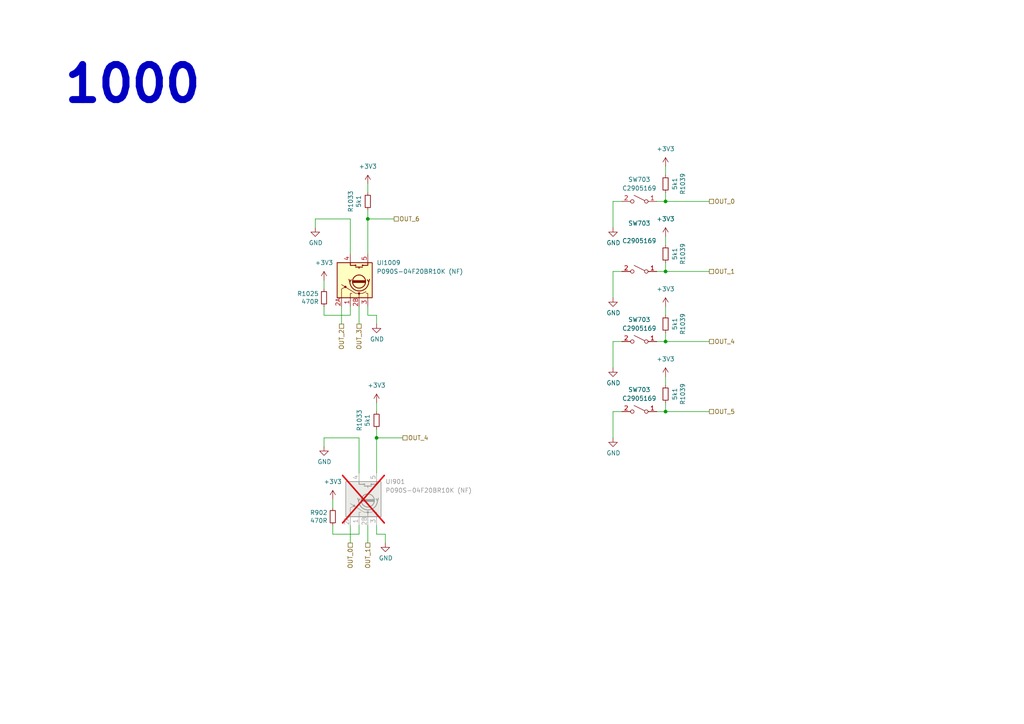
<source format=kicad_sch>
(kicad_sch (version 20230121) (generator eeschema)
  (paper "A4")
  (lib_symbols
    (symbol "Switch:SW_SPST" (pin_names (offset 0) hide)
      (property "Reference" "SW" (at 0 3.175 0))
      (property "Value" "SW_SPST" (at 0 -2.54 0))
      (symbol "SW_SPST_0_0"
        (circle (center -2.032 0) (radius 0.508))
        (polyline (pts (xy -1.524 0.254) (xy 1.524 1.778)))
        (circle (center 2.032 0) (radius 0.508))
      )
      (symbol "SW_SPST_1_1"
        (pin passive line (at -5.08 0 0) (length 2.54) (name "A") (number "1"))
        (pin passive line (at 5.08 0 180) (length 2.54) (name "B") (number "2"))
      )
    )
    (symbol "power:+3V3" (power) (pin_names (offset 0))
      (property "Value" "+3V3" (at 0 3.556 0))
      (symbol "+3V3_0_1"
        (polyline (pts (xy -0.762 1.27) (xy 0 2.54)))
        (polyline (pts (xy 0 0) (xy 0 2.54)))
        (polyline (pts (xy 0 2.54) (xy 0.762 1.27)))
      )
      (symbol "+3V3_1_1"
        (pin power_in line (at 0 0 90) (length 0) hide (name "+3V3") (number "1"))
      )
    )
    (symbol "power:GND" (power) (pin_names (offset 0))
      (property "Value" "GND" (at 0 -3.81 0))
      (symbol "GND_0_1"
        (polyline (pts (xy 0 0) (xy 0 -1.27) (xy 1.27 -1.27) (xy 0 -2.54) (xy -1.27 -1.27) (xy 0 -1.27)))
      )
      (symbol "GND_1_1"
        (pin power_in line (at 0 0 270) (length 0) hide (name "GND") (number "1"))
      )
    )
    (symbol "suku_basics:RES" (pin_numbers hide) (pin_names (offset 0.254) hide)
      (property "Reference" "R" (at 0.762 0.508 0))
      (symbol "RES_1_1"
        (rectangle (start -0.762 1.778) (end 0.762 -1.778) (stroke (width 0.2032)))
        (pin passive line (at 0 2.54 270) (length 0.762) (name "~") (number "1"))
        (pin passive line (at 0 -2.54 90) (length 0.762) (name "~") (number "2"))
      )
    )
    (symbol "suku_basics:UI_Endless_Potentiometer_Switch" (pin_names (offset 0.254) hide)
      (property "Reference" "UI" (at -3.81 7.62 0))
      (property "Value" "UI_Endless_Potentiometer_Switch" (at 0 -7.62 0))
      (symbol "UI_Endless_Potentiometer_Switch_0_1"
        (rectangle (start -5.08 6.35) (end 5.08 -3.81) (stroke (width 0.254)) (fill (type background)))
        (circle (center -3.81 0) (radius 0.254) (fill (type outline)))
        (circle (center -1.9304 3.9624) (radius 0.254) (fill (type outline)))
        (circle (center -0.381 0) (radius 1.905) (stroke (width 0.254)))
        (arc (start -0.381 2.667) (mid -3.0988 -0.0635) (end -0.381 -2.794) (stroke (width 0.254)))
        (polyline (pts (xy -0.635 -1.778) (xy -0.635 1.778)) (stroke (width 0.254)))
        (polyline (pts (xy -0.381 -1.778) (xy -0.381 1.778)) (stroke (width 0.254)))
        (polyline (pts (xy -0.127 1.778) (xy -0.127 -1.778)) (stroke (width 0.254)))
        (polyline (pts (xy 3.81 0) (xy 3.429 0)) (stroke (width 0.254)))
        (polyline (pts (xy 3.81 1.016) (xy 3.81 -1.016)) (stroke (width 0.254)))
        (polyline (pts (xy -5.08 -2.54) (xy -3.81 -2.54) (xy -3.81 -2.032)))
        (polyline (pts (xy -5.08 2.54) (xy -3.81 2.54) (xy -3.81 2.032)))
        (polyline (pts (xy 0.254 -3.048) (xy -0.508 -2.794) (xy 0.127 -2.413)) (stroke (width 0.254)))
        (polyline (pts (xy 0.254 2.921) (xy -0.508 2.667) (xy 0.127 2.286)) (stroke (width 0.254)))
        (polyline (pts (xy 5.08 -2.54) (xy 4.318 -2.54) (xy 4.318 -1.016)) (stroke (width 0.254)))
        (polyline (pts (xy 5.08 2.54) (xy 4.318 2.54) (xy 4.318 1.016)) (stroke (width 0.254)))
        (polyline (pts (xy -5.08 0) (xy -3.81 0) (xy -3.81 -1.016) (xy -3.302 -2.032)))
        (polyline (pts (xy -5.08 5.08) (xy -4.572 5.08) (xy -2.54 5.08) (xy -1.9304 3.9624)))
        (polyline (pts (xy -4.318 0) (xy -3.81 0) (xy -3.81 1.016) (xy -1.27 5.08)))
        (circle (center 4.318 -1.016) (radius 0.127) (stroke (width 0.254)))
        (circle (center 4.318 1.016) (radius 0.127) (stroke (width 0.254)))
      )
      (symbol "UI_Endless_Potentiometer_Switch_1_1"
        (pin passive line (at -7.62 2.54 0) (length 2.54) (name "1") (number "1"))
        (pin passive line (at -7.62 5.08 0) (length 2.54) (name "2A") (number "2A"))
        (pin passive line (at -7.62 0 0) (length 2.54) (name "2B") (number "2B"))
        (pin passive line (at -7.62 -2.54 0) (length 2.54) (name "3") (number "3"))
        (pin passive line (at 7.62 2.54 180) (length 2.54) (name "4") (number "4"))
        (pin passive line (at 7.62 -2.54 180) (length 2.54) (name "5") (number "5"))
        (pin no_connect line (at 0 -5.08 90) (length 2.54) hide (name "6") (number "6"))
        (pin no_connect line (at 0 7.62 270) (length 2.54) hide (name "7") (number "7"))
      )
    )
  )
  (junction (at 193.04 78.74))
  (junction (at 193.04 99.06))
  (junction (at 193.04 119.38))
  (junction (at 109.22 127))
  (junction (at 193.04 58.42))
  (junction (at 106.68 63.5))
  (wire (pts (xy 93.98 81.28) (xy 93.98 83.82)))
  (wire (pts (xy 190.5 99.06) (xy 193.04 99.06)))
  (wire (pts (xy 96.52 152.4) (xy 96.52 154.94)))
  (wire (pts (xy 99.06 88.9) (xy 99.06 93.98)))
  (wire (pts (xy 111.76 157.48) (xy 111.76 154.94)))
  (wire (pts (xy 91.44 63.5) (xy 101.6 63.5)))
  (wire (pts (xy 190.5 58.42) (xy 193.04 58.42)))
  (wire (pts (xy 177.8 99.06) (xy 180.34 99.06)))
  (wire (pts (xy 177.8 78.74) (xy 180.34 78.74)))
  (wire (pts (xy 177.8 106.68) (xy 177.8 99.06)))
  (wire (pts (xy 193.04 99.06) (xy 193.04 96.52)))
  (wire (pts (xy 177.8 86.36) (xy 177.8 78.74)))
  (wire (pts (xy 109.22 154.94) (xy 109.22 152.4)))
  (wire (pts (xy 111.76 154.94) (xy 109.22 154.94)))
  (wire (pts (xy 109.22 116.84) (xy 109.22 119.38)))
  (wire (pts (xy 93.98 88.9) (xy 93.98 91.44)))
  (wire (pts (xy 193.04 68.58) (xy 193.04 71.12)))
  (wire (pts (xy 96.52 144.78) (xy 96.52 147.32)))
  (wire (pts (xy 106.68 157.48) (xy 106.68 152.4)))
  (wire (pts (xy 104.14 154.94) (xy 104.14 152.4)))
  (wire (pts (xy 104.14 93.98) (xy 104.14 88.9)))
  (wire (pts (xy 104.14 127) (xy 104.14 137.16)))
  (wire (pts (xy 101.6 91.44) (xy 101.6 88.9)))
  (wire (pts (xy 106.68 91.44) (xy 106.68 88.9)))
  (wire (pts (xy 93.98 91.44) (xy 101.6 91.44)))
  (wire (pts (xy 193.04 78.74) (xy 205.74 78.74)))
  (wire (pts (xy 93.98 127) (xy 104.14 127)))
  (wire (pts (xy 109.22 124.46) (xy 109.22 127)))
  (wire (pts (xy 193.04 119.38) (xy 193.04 116.84)))
  (wire (pts (xy 93.98 129.54) (xy 93.98 127)))
  (wire (pts (xy 101.6 152.4) (xy 101.6 157.48)))
  (wire (pts (xy 193.04 109.22) (xy 193.04 111.76)))
  (wire (pts (xy 190.5 78.74) (xy 193.04 78.74)))
  (wire (pts (xy 193.04 58.42) (xy 205.74 58.42)))
  (wire (pts (xy 193.04 48.26) (xy 193.04 50.8)))
  (wire (pts (xy 177.8 119.38) (xy 180.34 119.38)))
  (wire (pts (xy 106.68 60.96) (xy 106.68 63.5)))
  (wire (pts (xy 193.04 58.42) (xy 193.04 55.88)))
  (wire (pts (xy 177.8 58.42) (xy 180.34 58.42)))
  (wire (pts (xy 91.44 66.04) (xy 91.44 63.5)))
  (wire (pts (xy 106.68 53.34) (xy 106.68 55.88)))
  (wire (pts (xy 177.8 127) (xy 177.8 119.38)))
  (wire (pts (xy 101.6 63.5) (xy 101.6 73.66)))
  (wire (pts (xy 114.3 63.5) (xy 106.68 63.5)))
  (wire (pts (xy 177.8 66.04) (xy 177.8 58.42)))
  (wire (pts (xy 193.04 119.38) (xy 205.74 119.38)))
  (wire (pts (xy 190.5 119.38) (xy 193.04 119.38)))
  (wire (pts (xy 96.52 154.94) (xy 104.14 154.94)))
  (wire (pts (xy 109.22 93.98) (xy 109.22 91.44)))
  (wire (pts (xy 106.68 63.5) (xy 106.68 73.66)))
  (wire (pts (xy 109.22 127) (xy 109.22 137.16)))
  (wire (pts (xy 193.04 78.74) (xy 193.04 76.2)))
  (wire (pts (xy 193.04 99.06) (xy 205.74 99.06)))
  (wire (pts (xy 109.22 91.44) (xy 106.68 91.44)))
  (wire (pts (xy 116.84 127) (xy 109.22 127)))
  (wire (pts (xy 193.04 88.9) (xy 193.04 91.44)))
  (text "1000" (at 17.78 30.48 0) (effects (font (size 10.16 10.16) (thickness 2.032) bold) (justify left bottom)))
  (hierarchical_label "OUT_2" (shape passive) (at 99.06 93.98 270))
  (hierarchical_label "OUT_4" (shape passive) (at 205.74 99.06 0))
  (hierarchical_label "OUT_5" (shape passive) (at 205.74 119.38 0))
  (hierarchical_label "OUT_3" (shape passive) (at 104.14 93.98 270))
  (hierarchical_label "OUT_0" (shape passive) (at 101.6 157.48 270))
  (hierarchical_label "OUT_0" (shape passive) (at 205.74 58.42 0))
  (hierarchical_label "OUT_1" (shape passive) (at 106.68 157.48 270))
  (hierarchical_label "OUT_6" (shape passive) (at 114.3 63.5 0))
  (hierarchical_label "OUT_1" (shape passive) (at 205.74 78.74 0))
  (hierarchical_label "OUT_4" (shape passive) (at 116.84 127 0))
  (symbol (lib_id "suku_basics:UI_Endless_Potentiometer_Switch") (at 104.14 81.28 90) (unit 1)
    (property "Reference" "UI1009" (at 109.22 76.2 90) (effects (justify right)))
    (property "Value" "P090S-04F20BR10K (NF)" (at 109.22 78.74 90) (effects (justify right)))
    (property "Footprint" "suku_basics:UI_ENDLESSPOTSW_ALPHA" (effects hide))
  )
  (symbol (lib_id "power:GND") (at 109.22 93.98 0) (unit 1)
    (property "Reference" "#PWR01045" (effects hide))
    (property "Value" "GND" (at 109.347 98.3742 0))
  )
  (symbol (lib_id "suku_basics:RES") (at 109.22 121.92 0) (unit 1)
    (property "Reference" "R1033" (at 104.2416 121.92 90))
    (property "Value" "5k1" (at 106.553 121.92 90))
    (property "Footprint" "suku_basics:RES_0402" (effects hide))
    (instances (project "PCBA-TEK1" (path "" (reference "R1033") (unit 1)) (path "" (reference "R901") (unit 1))))
  )
  (symbol (lib_id "Switch:SW_SPST") (at 185.42 58.42 0) (mirror y) (unit 1)
    (property "Reference" "SW703" (at 185.42 52.07 0))
    (property "Value" "C2905169" (at 185.42 54.61 0))
    (property "Footprint" "Button_Switch_SMD:SW_SPST_CK_RS282G05A3" (effects hide))
    (instances (project "PCBA-TEK1" (path "" (reference "SW703") (unit 1)) (path "" (reference "SW1001") (unit 1)) (path "" (reference "SW1001") (unit 1))))
  )
  (symbol (lib_id "power:GND") (at 93.98 129.54 0) (unit 1)
    (property "Reference" "#PWR0956" (effects hide))
    (property "Value" "GND" (at 94.107 133.9342 0))
  )
  (symbol (lib_id "suku_basics:RES") (at 93.98 86.36 0) (mirror y) (unit 1)
    (property "Reference" "R1025" (at 92.4814 85.1916 0) (effects (justify left)))
    (property "Value" "470R" (at 92.4814 87.503 0) (effects (justify left)))
    (property "Footprint" "suku_basics:RES_0402" (effects hide))
  )
  (symbol (lib_id "suku_basics:RES") (at 193.04 53.34 180) (unit 1)
    (property "Reference" "R1039" (at 198.0184 53.34 90))
    (property "Value" "5k1" (at 195.707 53.34 90))
    (property "Footprint" "suku_basics:RES_0402" (effects hide))
    (instances (project "PCBA-TEK1" (path "" (reference "R1039") (unit 1)) (path "" (reference "R1021") (unit 1)) (path "" (reference "R1021") (unit 1))))
  )
  (symbol (lib_id "power:GND") (at 177.8 106.68 0) (unit 1)
    (property "Reference" "#PWR01011" (effects hide))
    (property "Value" "GND" (at 177.927 111.0742 0))
    (instances (project "PCBA-TEK1" (path "" (reference "#PWR01011") (unit 1)) (path "" (reference "#PWR01023") (unit 1)) (path "" (reference "#PWR01039") (unit 1)) (path "" (reference "#PWR01038") (unit 1))))
  )
  (symbol (lib_id "power:+3V3") (at 106.68 53.34 0) (unit 1)
    (property "Reference" "#PWR01057" (effects hide))
    (property "Value" "+3V3" (at 106.68 48.26 0))
    (instances (project "PCBA-TEK1" (path "" (reference "#PWR01057") (unit 1)) (path "" (reference "#PWR0702") (unit 1))))
  )
  (symbol (lib_id "power:+3V3") (at 96.52 144.78 0) (unit 1)
    (property "Reference" "#PWR0957" (effects hide))
    (property "Value" "+3V3" (at 96.52 139.7 0))
  )
  (symbol (lib_id "suku_basics:RES") (at 106.68 58.42 0) (unit 1)
    (property "Reference" "R1033" (at 101.7016 58.42 90))
    (property "Value" "5k1" (at 104.013 58.42 90))
    (property "Footprint" "suku_basics:RES_0402" (effects hide))
    (instances (project "PCBA-TEK1" (path "" (reference "R1033") (unit 1)) (path "" (reference "R703") (unit 1))))
  )
  (symbol (lib_id "suku_basics:RES") (at 96.52 149.86 0) (mirror y) (unit 1)
    (property "Reference" "R902" (at 95.0214 148.6916 0) (effects (justify left)))
    (property "Value" "470R" (at 95.0214 151.003 0) (effects (justify left)))
    (property "Footprint" "suku_basics:RES_0402" (effects hide))
  )
  (symbol (lib_id "suku_basics:RES") (at 193.04 93.98 180) (unit 1)
    (property "Reference" "R1039" (at 198.0184 93.98 90))
    (property "Value" "5k1" (at 195.707 93.98 90))
    (property "Footprint" "suku_basics:RES_0402" (effects hide))
    (instances (project "PCBA-TEK1" (path "" (reference "R1039") (unit 1)) (path "" (reference "R1023") (unit 1)) (path "" (reference "R1023") (unit 1))))
  )
  (symbol (lib_id "power:GND") (at 177.8 86.36 0) (unit 1)
    (property "Reference" "#PWR01011" (effects hide))
    (property "Value" "GND" (at 177.927 90.7542 0))
    (instances (project "PCBA-TEK1" (path "" (reference "#PWR01011") (unit 1)) (path "" (reference "#PWR01023") (unit 1)) (path "" (reference "#PWR01038") (unit 1)) (path "" (reference "#PWR01036") (unit 1))))
  )
  (symbol (lib_id "suku_basics:RES") (at 193.04 114.3 180) (unit 1)
    (property "Reference" "R1039" (at 198.0184 114.3 90))
    (property "Value" "5k1" (at 195.707 114.3 90))
    (property "Footprint" "suku_basics:RES_0402" (effects hide))
    (instances (project "PCBA-TEK1" (path "" (reference "R1039") (unit 1)) (path "" (reference "R1024") (unit 1)) (path "" (reference "R1024") (unit 1))))
  )
  (symbol (lib_id "power:+3V3") (at 193.04 68.58 0) (unit 1)
    (property "Reference" "#PWR01010" (effects hide))
    (property "Value" "+3V3" (at 193.04 63.5 0))
    (instances (project "PCBA-TEK1" (path "" (reference "#PWR01010") (unit 1)) (path "" (reference "#PWR01022") (unit 1)) (path "" (reference "#PWR01033") (unit 1)) (path "" (reference "#PWR01035") (unit 1))))
  )
  (symbol (lib_id "power:+3V3") (at 93.98 81.28 0) (unit 1)
    (property "Reference" "#PWR01041" (effects hide))
    (property "Value" "+3V3" (at 93.98 76.2 0))
  )
  (symbol (lib_id "Switch:SW_SPST") (at 185.42 99.06 0) (mirror y) (unit 1)
    (property "Reference" "SW703" (at 185.42 92.71 0))
    (property "Value" "C2905169" (at 185.42 95.25 0))
    (property "Footprint" "Button_Switch_SMD:SW_SPST_CK_RS282G05A3" (effects hide))
    (instances (project "PCBA-TEK1" (path "" (reference "SW703") (unit 1)) (path "" (reference "SW1003") (unit 1)) (path "" (reference "SW1003") (unit 1))))
  )
  (symbol (lib_id "power:+3V3") (at 193.04 109.22 0) (unit 1)
    (property "Reference" "#PWR01010" (effects hide))
    (property "Value" "+3V3" (at 193.04 104.14 0))
    (instances (project "PCBA-TEK1" (path "" (reference "#PWR01010") (unit 1)) (path "" (reference "#PWR01022") (unit 1)) (path "" (reference "#PWR01037") (unit 1)) (path "" (reference "#PWR01039") (unit 1))))
  )
  (symbol (lib_id "power:+3V3") (at 193.04 48.26 0) (unit 1)
    (property "Reference" "#PWR01010" (effects hide))
    (property "Value" "+3V3" (at 193.04 43.18 0))
    (instances (project "PCBA-TEK1" (path "" (reference "#PWR01010") (unit 1)) (path "" (reference "#PWR01022") (unit 1)) (path "" (reference "#PWR01035") (unit 1)) (path "" (reference "#PWR01033") (unit 1))))
  )
  (symbol (lib_id "Switch:SW_SPST") (at 185.42 78.74 0) (mirror y) (unit 1)
    (property "Reference" "SW703" (at 185.42 64.77 0))
    (property "Value" "C2905169" (at 185.42 69.85 0))
    (property "Footprint" "Button_Switch_SMD:SW_SPST_CK_RS282G05A3" (effects hide))
    (instances (project "PCBA-TEK1" (path "" (reference "SW703") (unit 1)) (path "" (reference "SW1002") (unit 1)) (path "" (reference "SW1002") (unit 1))))
  )
  (symbol (lib_id "power:GND") (at 91.44 66.04 0) (unit 1)
    (property "Reference" "#PWR0958" (effects hide))
    (property "Value" "GND" (at 91.567 70.4342 0))
  )
  (symbol (lib_id "Switch:SW_SPST") (at 185.42 119.38 0) (mirror y) (unit 1)
    (property "Reference" "SW703" (at 185.42 113.03 0))
    (property "Value" "C2905169" (at 185.42 115.57 0))
    (property "Footprint" "Button_Switch_SMD:SW_SPST_CK_RS282G05A3" (effects hide))
    (instances (project "PCBA-TEK1" (path "" (reference "SW703") (unit 1)) (path "" (reference "SW1004") (unit 1)) (path "" (reference "SW1004") (unit 1))))
  )
  (symbol (lib_id "suku_basics:UI_Endless_Potentiometer_Switch") (at 106.68 144.78 90) (unit 1) (dnp yes)
    (property "Reference" "UI901" (at 111.76 139.7 90) (effects (justify right)))
    (property "Value" "P090S-04F20BR10K (NF)" (at 111.76 142.24 90) (effects (justify right)))
    (property "Footprint" "suku_basics:UI_ENDLESSPOTSW_ALPHA" (effects hide))
  )
  (symbol (lib_id "suku_basics:RES") (at 193.04 73.66 180) (unit 1)
    (property "Reference" "R1039" (at 198.0184 73.66 90))
    (property "Value" "5k1" (at 195.707 73.66 90))
    (property "Footprint" "suku_basics:RES_0402" (effects hide))
    (instances (project "PCBA-TEK1" (path "" (reference "R1039") (unit 1)) (path "" (reference "R1022") (unit 1)) (path "" (reference "R1022") (unit 1))))
  )
  (symbol (lib_id "power:+3V3") (at 193.04 88.9 0) (unit 1)
    (property "Reference" "#PWR01010" (effects hide))
    (property "Value" "+3V3" (at 193.04 83.82 0))
    (instances (project "PCBA-TEK1" (path "" (reference "#PWR01010") (unit 1)) (path "" (reference "#PWR01022") (unit 1)) (path "" (reference "#PWR01036") (unit 1)) (path "" (reference "#PWR01037") (unit 1))))
  )
  (symbol (lib_id "power:GND") (at 177.8 66.04 0) (unit 1)
    (property "Reference" "#PWR01011" (effects hide))
    (property "Value" "GND" (at 177.927 70.4342 0))
    (instances (project "PCBA-TEK1" (path "" (reference "#PWR01011") (unit 1)) (path "" (reference "#PWR01023") (unit 1)) (path "" (reference "#PWR01034") (unit 1)) (path "" (reference "#PWR01034") (unit 1))))
  )
  (symbol (lib_id "power:+3V3") (at 109.22 116.84 0) (unit 1)
    (property "Reference" "#PWR01057" (effects hide))
    (property "Value" "+3V3" (at 109.22 111.76 0))
    (instances (project "PCBA-TEK1" (path "" (reference "#PWR01057") (unit 1)) (path "" (reference "#PWR0955") (unit 1))))
  )
  (symbol (lib_id "power:GND") (at 111.76 157.48 0) (unit 1)
    (property "Reference" "#PWR0959" (effects hide))
    (property "Value" "GND" (at 111.887 161.8742 0))
  )
  (symbol (lib_id "power:GND") (at 177.8 127 0) (unit 1)
    (property "Reference" "#PWR01011" (effects hide))
    (property "Value" "GND" (at 177.927 131.3942 0))
    (instances (project "PCBA-TEK1" (path "" (reference "#PWR01011") (unit 1)) (path "" (reference "#PWR01023") (unit 1)) (path "" (reference "#PWR01040") (unit 1)) (path "" (reference "#PWR01040") (unit 1))))
  )
)
</source>
